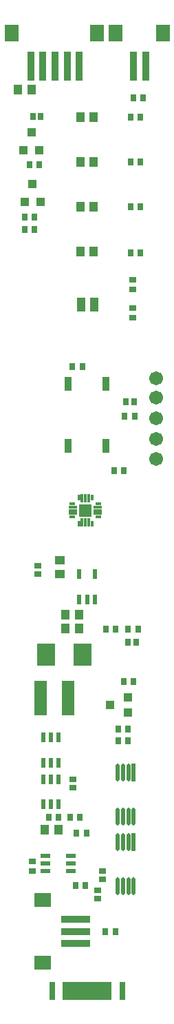
<source format=gts>
%FSLAX25Y25*%
%MOIN*%
G70*
G01*
G75*
G04 Layer_Color=8388736*
%ADD10R,0.03150X0.02559*%
%ADD11R,0.13386X0.02756*%
%ADD12R,0.07480X0.06299*%
%ADD13R,0.01575X0.03937*%
%ADD14R,0.07874X0.10000*%
%ADD15R,0.02756X0.06102*%
%ADD16R,0.02756X0.13386*%
%ADD17R,0.06299X0.07480*%
%ADD18R,0.03150X0.03937*%
%ADD19R,0.03150X0.03543*%
%ADD20R,0.03150X0.03543*%
%ADD21C,0.05906*%
%ADD22R,0.05118X0.15748*%
%ADD23R,0.02362X0.00787*%
%ADD24R,0.03150X0.00787*%
%ADD25R,0.00787X0.02362*%
%ADD26R,0.00787X0.03150*%
%ADD27R,0.05118X0.05118*%
%ADD28R,0.01063X0.07874*%
%ADD29R,0.02362X0.07874*%
%ADD30R,0.02165X0.02559*%
%ADD31R,0.02362X0.02756*%
%ADD32R,0.03937X0.01575*%
%ADD33R,0.01181X0.07874*%
%ADD34O,0.01181X0.07874*%
%ADD35R,0.02559X0.02165*%
%ADD36R,0.03543X0.03150*%
%ADD37R,0.03543X0.03150*%
%ADD38R,0.03937X0.03150*%
%ADD39R,0.02756X0.02362*%
%ADD40C,0.00787*%
%ADD41C,0.01575*%
%ADD42C,0.01000*%
%ADD43C,0.02362*%
%ADD44C,0.01181*%
%ADD45C,0.01969*%
%ADD46C,0.03150*%
%ADD47C,0.00591*%
%ADD48C,0.00197*%
%ADD49C,0.00600*%
%ADD50C,0.00500*%
%ADD51C,0.00394*%
%ADD52C,0.00709*%
%ADD53C,0.01200*%
%ADD54R,0.03950X0.03359*%
%ADD55R,0.14186X0.03556*%
%ADD56R,0.08280X0.07099*%
%ADD57R,0.02375X0.04737*%
%ADD58R,0.08674X0.10800*%
%ADD59R,0.03556X0.06902*%
%ADD60R,0.03556X0.14186*%
%ADD61R,0.07099X0.08280*%
%ADD62R,0.03950X0.04737*%
%ADD63R,0.03950X0.04343*%
%ADD64R,0.03950X0.04343*%
%ADD65C,0.06706*%
%ADD66R,0.05918X0.16548*%
%ADD67R,0.03162X0.01587*%
%ADD68R,0.03950X0.01587*%
%ADD69R,0.01587X0.03162*%
%ADD70R,0.01587X0.03950*%
%ADD71R,0.05918X0.05918*%
%ADD72R,0.01863X0.08674*%
%ADD73R,0.03162X0.08674*%
%ADD74R,0.02965X0.03359*%
%ADD75R,0.03162X0.03556*%
%ADD76R,0.04737X0.02375*%
%ADD77R,0.01981X0.08674*%
%ADD78O,0.01981X0.08674*%
%ADD79R,0.03359X0.02965*%
%ADD80R,0.04343X0.03950*%
%ADD81R,0.04343X0.03950*%
%ADD82R,0.04737X0.03950*%
%ADD83R,0.03556X0.03162*%
D54*
X38560Y-141080D02*
D03*
X44859D02*
D03*
X38560Y-137733D02*
D03*
X44859D02*
D03*
D55*
X35778Y-448559D02*
D03*
Y-442654D02*
D03*
Y-436748D02*
D03*
D56*
X19800Y-427457D02*
D03*
Y-457890D02*
D03*
D57*
X37570Y-282032D02*
D03*
X45050D02*
D03*
X41310D02*
D03*
X45050Y-269828D02*
D03*
X37570D02*
D03*
X20000Y-369038D02*
D03*
X27480D02*
D03*
X23740D02*
D03*
Y-381243D02*
D03*
X27480D02*
D03*
X20000D02*
D03*
X27480Y-361063D02*
D03*
X20000D02*
D03*
X23740D02*
D03*
Y-348858D02*
D03*
X20000D02*
D03*
X27480D02*
D03*
D58*
X21324Y-308960D02*
D03*
X39040D02*
D03*
D59*
X32283Y-207677D02*
D03*
Y-177953D02*
D03*
X50394Y-207677D02*
D03*
Y-177953D02*
D03*
D60*
X37600Y-24027D02*
D03*
X31695D02*
D03*
X25789D02*
D03*
X19884D02*
D03*
X13978D02*
D03*
X63736Y-24098D02*
D03*
X69642D02*
D03*
D61*
X4687Y-8049D02*
D03*
X46183D02*
D03*
X55272Y-8120D02*
D03*
X78067D02*
D03*
D62*
X14356Y-35630D02*
D03*
X7664D02*
D03*
X37606Y-296270D02*
D03*
X30913D02*
D03*
X44436Y-48833D02*
D03*
X38137D02*
D03*
X44426Y-70423D02*
D03*
X38127D02*
D03*
X44436Y-92073D02*
D03*
X38137D02*
D03*
X44436Y-113903D02*
D03*
X38137D02*
D03*
X20744Y-393631D02*
D03*
X27437D02*
D03*
X37567Y-289490D02*
D03*
X30874D02*
D03*
D63*
X61191Y-336936D02*
D03*
X52530Y-333196D02*
D03*
D64*
X61191Y-329455D02*
D03*
D65*
X74810Y-194340D02*
D03*
Y-175140D02*
D03*
Y-214052D02*
D03*
Y-184520D02*
D03*
Y-204319D02*
D03*
D66*
X32254Y-329973D02*
D03*
X18869D02*
D03*
D67*
X46794Y-242203D02*
D03*
Y-235904D02*
D03*
X34195D02*
D03*
Y-242203D02*
D03*
D68*
X46400Y-240628D02*
D03*
Y-239053D02*
D03*
Y-237478D02*
D03*
X34589D02*
D03*
Y-239053D02*
D03*
Y-240628D02*
D03*
D69*
X43644Y-232754D02*
D03*
X37345D02*
D03*
Y-245352D02*
D03*
X43644D02*
D03*
D70*
X42069Y-233148D02*
D03*
X40494D02*
D03*
X38920D02*
D03*
Y-244959D02*
D03*
X40494D02*
D03*
X42069D02*
D03*
D71*
X40494Y-239053D02*
D03*
D72*
X42414Y-471340D02*
D03*
X30603D02*
D03*
X32572D02*
D03*
X34540D02*
D03*
X36509D02*
D03*
X38477D02*
D03*
X40446D02*
D03*
X44383D02*
D03*
X46351D02*
D03*
X48320D02*
D03*
X50288D02*
D03*
X52257D02*
D03*
D73*
X24422D02*
D03*
X58438D02*
D03*
D74*
X15010Y-48560D02*
D03*
X18947D02*
D03*
X61260Y-302680D02*
D03*
X65197D02*
D03*
X64220Y-186580D02*
D03*
X60283D02*
D03*
D75*
X11170Y-97050D02*
D03*
X15894D02*
D03*
X18042Y-71650D02*
D03*
X13318D02*
D03*
X11170Y-103000D02*
D03*
X15894D02*
D03*
X35828Y-420550D02*
D03*
X40552D02*
D03*
X50288Y-442710D02*
D03*
X55012D02*
D03*
X63682Y-321776D02*
D03*
X58958D02*
D03*
X36288Y-395201D02*
D03*
X41012D02*
D03*
X37692Y-387431D02*
D03*
X32968D02*
D03*
X61102Y-344666D02*
D03*
X56378D02*
D03*
X27452Y-387421D02*
D03*
X22728D02*
D03*
X61192Y-350356D02*
D03*
X56468D02*
D03*
X67072Y-114340D02*
D03*
X62348D02*
D03*
X67072Y-92070D02*
D03*
X62348D02*
D03*
X67072Y-70460D02*
D03*
X62348D02*
D03*
X67072Y-48890D02*
D03*
X62348D02*
D03*
X34258Y-169340D02*
D03*
X38982D02*
D03*
X59022Y-219680D02*
D03*
X54298D02*
D03*
X68492Y-39450D02*
D03*
X63768D02*
D03*
X55082Y-296460D02*
D03*
X50358D02*
D03*
X65992D02*
D03*
X61268D02*
D03*
X59595Y-193380D02*
D03*
X64320D02*
D03*
D76*
X33482Y-406120D02*
D03*
Y-413600D02*
D03*
Y-409860D02*
D03*
X21278D02*
D03*
Y-413600D02*
D03*
Y-406120D02*
D03*
D77*
X63939Y-399397D02*
D03*
Y-365857D02*
D03*
D78*
X61380Y-399397D02*
D03*
X58821D02*
D03*
X56261D02*
D03*
X63939Y-420657D02*
D03*
X61380D02*
D03*
X58821D02*
D03*
X56261D02*
D03*
X61380Y-365857D02*
D03*
X58821D02*
D03*
X56261D02*
D03*
X63939Y-387117D02*
D03*
X61380D02*
D03*
X58821D02*
D03*
X56261D02*
D03*
D79*
X48810Y-413580D02*
D03*
Y-417517D02*
D03*
X46570Y-422820D02*
D03*
Y-426757D02*
D03*
X17330Y-269840D02*
D03*
Y-265903D02*
D03*
X34400Y-372981D02*
D03*
Y-369044D02*
D03*
D80*
X11170Y-89911D02*
D03*
X14910Y-81250D02*
D03*
X10570Y-64811D02*
D03*
X14310Y-56150D02*
D03*
D81*
X18650Y-89911D02*
D03*
X18050Y-64811D02*
D03*
D82*
X28150Y-269847D02*
D03*
Y-263154D02*
D03*
D83*
X14900Y-413582D02*
D03*
Y-408858D02*
D03*
X63550Y-132212D02*
D03*
Y-127488D02*
D03*
Y-141068D02*
D03*
Y-145792D02*
D03*
M02*

</source>
